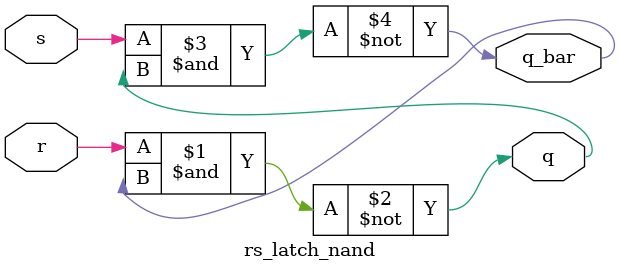
<source format=v>
module rs_latch_nand(
     input r, s,
	 output q, q_bar
	 );
	 assign q = ~(r & q_bar);
	 assign q_bar = ~(s & q);
	endmodule
</source>
